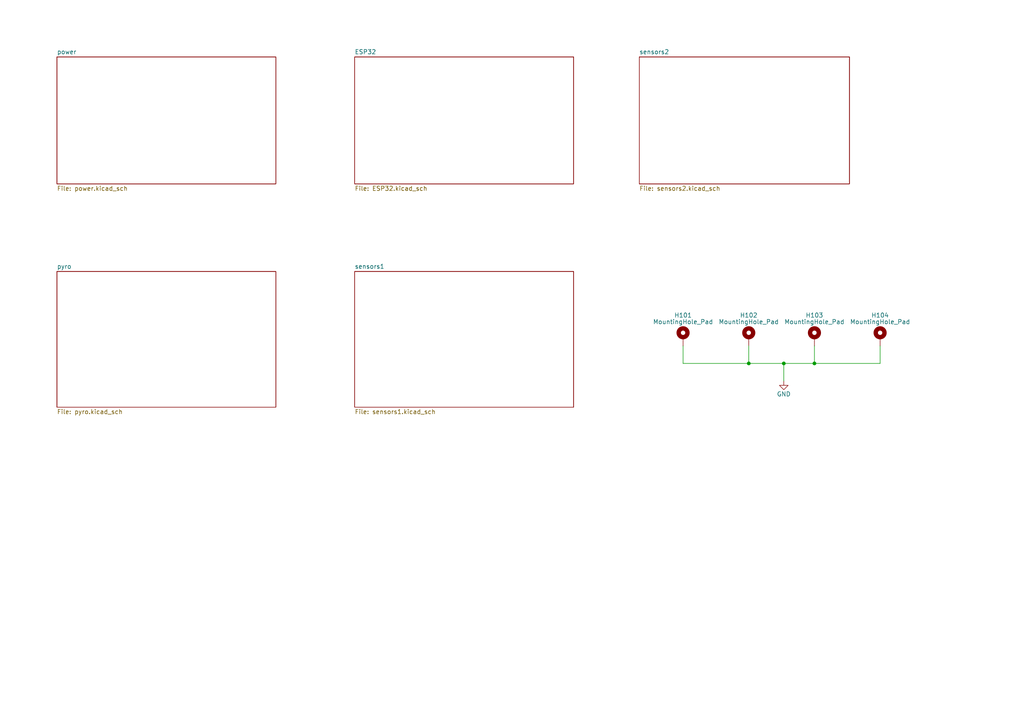
<source format=kicad_sch>
(kicad_sch (version 20250114) (generator "eeschema") (generator_version "9.0")
  (paper "A4")
  (title_block (title "VECTRON-V1") (date "2025-06-13") (rev "1.0.0") (company "Drawn by :- Arudhran"))
  (lib_symbols
    (symbol "Mechanical:MountingHole_Pad" (pin_numbers (hide yes)) (pin_names (offset 1.016) (hide yes)) (in_bom no)
      (property "Reference" "H" (at 0 6.35 0))
      (property "Value" "MountingHole_Pad" (at 0 4.445 0))
      (symbol "MountingHole_Pad_0_1"
        (circle (center 0 1.27) (radius 1.27) (stroke (width 1.27)))
      )
      (symbol "MountingHole_Pad_1_1"
        (pin input line (at 0 -2.54 90) (length 2.54) (name "1") (number "1"))
      )
    )
    (symbol "power:GND" (power) (pin_numbers (hide yes)) (pin_names (offset 0) (hide yes))
      (property "Value" "GND" (at 0 -3.81 0))
      (symbol "GND_0_1"
        (polyline (pts (xy 0 0) (xy 0 -1.27) (xy 1.27 -1.27) (xy 0 -2.54) (xy -1.27 -1.27) (xy 0 -1.27)))
      )
      (symbol "GND_1_1"
        (pin power_in line (at 0 0 270) (length 0) (name "~") (number "1"))
      )
    )
  )
  (junction (at 217.17 105.41))
  (junction (at 227.33 105.41))
  (junction (at 236.22 105.41))
  (wire (pts (xy 217.17 100.33) (xy 217.17 105.41)))
  (wire (pts (xy 198.12 105.41) (xy 217.17 105.41)))
  (wire (pts (xy 198.12 100.33) (xy 198.12 105.41)))
  (wire (pts (xy 227.33 105.41) (xy 227.33 110.49)))
  (wire (pts (xy 217.17 105.41) (xy 227.33 105.41)))
  (wire (pts (xy 236.22 105.41) (xy 255.27 105.41)))
  (wire (pts (xy 227.33 105.41) (xy 236.22 105.41)))
  (wire (pts (xy 255.27 105.41) (xy 255.27 100.33)))
  (wire (pts (xy 236.22 100.33) (xy 236.22 105.41)))
  (symbol (lib_id "Mechanical:MountingHole_Pad") (at 236.22 97.79 0) (unit 1) (in_bom no)
    (property "Reference" "H103" (at 236.22 91.44 0))
    (property "Value" "MountingHole_Pad" (at 236.22 93.345 0))
    (property "Footprint" "MountingHole:MountingHole_2.2mm_M2_Pad_Via" (effects (hide yes)))
    (property "Description" "Mounting Hole with connection" (effects (hide yes)))
  )
  (symbol (lib_id "Mechanical:MountingHole_Pad") (at 255.27 97.79 0) (unit 1) (in_bom no)
    (property "Reference" "H104" (at 255.27 91.44 0))
    (property "Value" "MountingHole_Pad" (at 255.27 93.345 0))
    (property "Footprint" "MountingHole:MountingHole_2.2mm_M2_Pad_Via" (effects (hide yes)))
    (property "Description" "Mounting Hole with connection" (effects (hide yes)))
  )
  (symbol (lib_id "Mechanical:MountingHole_Pad") (at 198.12 97.79 0) (unit 1) (in_bom no)
    (property "Reference" "H101" (at 198.12 91.44 0))
    (property "Value" "MountingHole_Pad" (at 198.12 93.345 0))
    (property "Footprint" "MountingHole:MountingHole_2.2mm_M2_Pad_Via" (effects (hide yes)))
    (property "Description" "Mounting Hole with connection" (effects (hide yes)))
  )
  (symbol (lib_id "power:GND") (at 227.33 110.49 0) (unit 1)
    (property "Reference" "#PWR0101" (effects (hide yes)))
    (property "Value" "GND" (at 227.33 114.3 0))
    (property "Description" "Power symbol creates a global label with name \"GND\" , ground" (effects (hide yes)))
  )
  (symbol (lib_id "Mechanical:MountingHole_Pad") (at 217.17 97.79 0) (unit 1) (in_bom no)
    (property "Reference" "H102" (at 217.17 91.44 0))
    (property "Value" "MountingHole_Pad" (at 217.17 93.345 0))
    (property "Footprint" "MountingHole:MountingHole_2.2mm_M2_Pad_Via" (effects (hide yes)))
    (property "Description" "Mounting Hole with connection" (effects (hide yes)))
  )
  (sheet (at 16.51 16.51) (size 63.5 36.83) (stroke (width 0.1524))
    (property "Sheetname" "power" (at 16.51 15.7984 0) (effects (justify left bottom)))
    (property "Sheetfile" "power.kicad_sch" (at 16.51 53.9246 0) (effects (justify left top)))
  )
  (sheet (at 102.87 16.51) (size 63.5 36.83) (stroke (width 0.1524))
    (property "Sheetname" "ESP32" (at 102.87 15.7984 0) (effects (font (thickness 0.1588)) (justify left bottom)))
    (property "Sheetfile" "ESP32.kicad_sch" (at 102.87 53.9246 0) (effects (font (thickness 0.1588)) (justify left top)))
  )
  (sheet (at 185.42 16.51) (size 60.96 36.83) (stroke (width 0.1524))
    (property "Sheetname" "sensors2" (at 185.42 15.7984 0) (effects (justify left bottom)))
    (property "Sheetfile" "sensors2.kicad_sch" (at 185.42 53.9246 0) (effects (justify left top)))
  )
  (sheet (at 16.51 78.74) (size 63.5 39.37) (stroke (width 0.1524))
    (property "Sheetname" "pyro" (at 16.51 78.0284 0) (effects (justify left bottom)))
    (property "Sheetfile" "pyro.kicad_sch" (at 16.51 118.6946 0) (effects (justify left top)))
  )
  (sheet (at 102.87 78.74) (size 63.5 39.37) (stroke (width 0.1524))
    (property "Sheetname" "sensors1" (at 102.87 78.0284 0) (effects (justify left bottom)))
    (property "Sheetfile" "sensors1.kicad_sch" (at 102.87 118.6946 0) (effects (justify left top)))
  )
)
</source>
